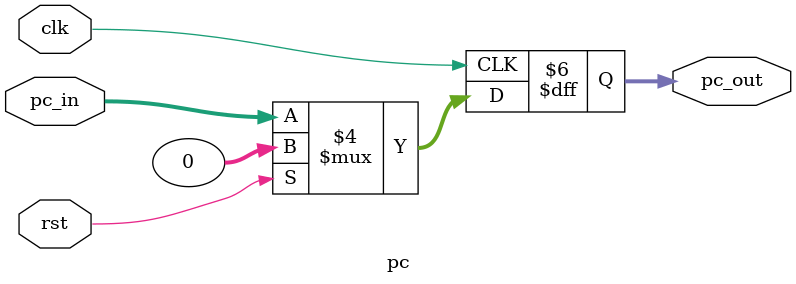
<source format=v>
`timescale 1ns / 1ps


module pc (
    input wire clk,             
    input wire rst,             
    input wire [31:0] pc_in,    
    output reg [31:0] pc_out    
);

    initial pc_out = 32'd0;

    always @(posedge clk) begin
        if (rst) begin
            pc_out <= 32'd0;
        end else begin
            pc_out <= pc_in;
        end
    end

endmodule

</source>
